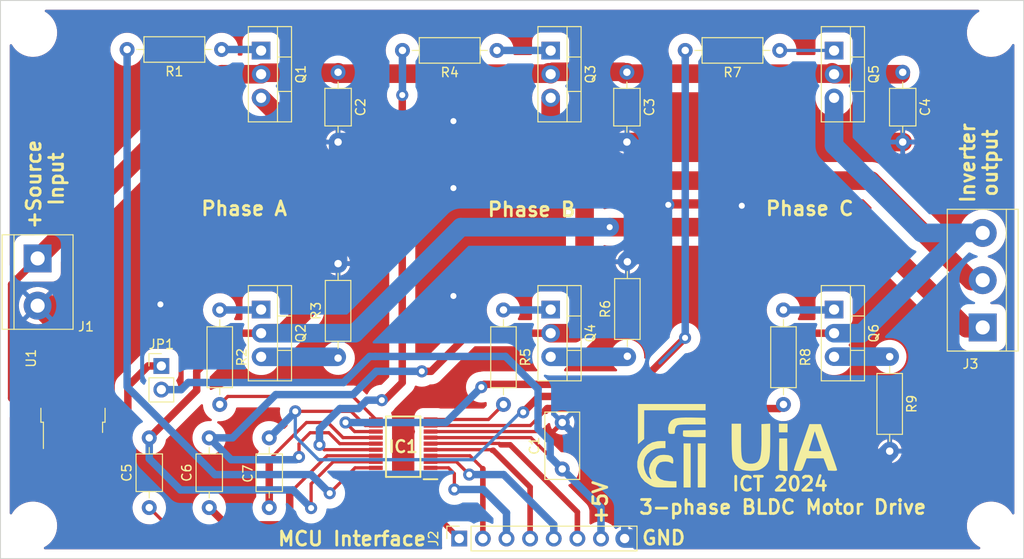
<source format=kicad_pcb>
(kicad_pcb (version 20211014) (generator pcbnew)
  (title_block (date "2024-03-18") (rev "2"))
  (layers (0 "F.Cu" signal) (31 "B.Cu" signal) (34 "B.Paste" user) (35 "F.Paste" user) (36 "B.SilkS" user "B.Silkscreen") (37 "F.SilkS" user "F.Silkscreen") (38 "B.Mask" user) (39 "F.Mask" user) (44 "Edge.Cuts" user))
  (net 0 "")
  (net 1 "Net-(IC1-Pad1)")
  (net 2 "Net-(IC1-Pad2)")
  (net 3 "Net-(IC1-Pad3)")
  (net 4 "Net-(IC1-Pad4)")
  (net 5 "Net-(IC1-Pad5)")
  (net 6 "Net-(IC1-Pad6)")
  (net 7 "Net-(IC1-Pad9)")
  (net 8 "Net-(IC1-Pad10)")
  (net 9 "Net-(IC1-Pad11)")
  (net 10 "Net-(IC1-Pad13)")
  (net 11 "Net-(IC1-Pad16)")
  (net 12 "Net-(IC1-Pad19)")
  (net 13 "Net-(Q2-Pad3)")
  (net 14 "Net-(Q3-Pad1)")
  (net 15 "Net-(Q4-Pad1)")
  (net 16 "Net-(Q4-Pad3)")
  (net 17 "Net-(Q5-Pad1)")
  (net 18 "Net-(Q6-Pad1)")
  (net 19 "Net-(Q6-Pad3)")
  (net 20 "Net-(C1-Pad1)")
  (net 21 "Net-(Q1-Pad1)")
  (net 22 "Net-(Q2-Pad1)")
  (net 23 "Net-(C5-Pad1)")
  (net 24 "GNDREF")
  (net 25 "+BATT")
  (net 26 "Net-(C5-Pad2)")
  (net 27 "Net-(C6-Pad1)")
  (net 28 "Net-(C6-Pad2)")
  (net 29 "Net-(C7-Pad1)")
  (net 30 "Net-(C7-Pad2)")
  (net 31 "Net-(JP1-Pad1)")
  (footprint "Resistor_THT:R_Axial_DIN0207_L6.3mm_D2.5mm_P10.16mm_Horizontal" (layer "F.Cu") (at 110.38 71 180)
    (fp_text reference "R1" (at 5.08 -2.37) (layer "F.SilkS"))
    (fp_text value "15")
    (pad "1" thru_hole circle (at 0 0 180) (size 1.6 1.6) (drill 0.8) (layers *.Cu *.Mask) (net 21 "Net-(Q1-Pad1)"))
    (pad "2" thru_hole oval (at 10.16 0 180) (size 1.6 1.6) (drill 0.8) (layers *.Cu *.Mask) (net 12 "Net-(IC1-Pad19)"))
  )
  (footprint "Capacitor_THT:C_Axial_L3.8mm_D2.6mm_P7.50mm_Horizontal" (layer "F.Cu") (at 115.5 120.25 90)
    (fp_text reference "C7" (at 3.65 -2.3 90) (layer "F.SilkS"))
    (fp_text value "100n")
    (pad "1" thru_hole circle (at 0 0 90) (size 1.6 1.6) (drill 0.8) (layers *.Cu *.Mask) (net 29 "Net-(C7-Pad1)"))
    (pad "2" thru_hole oval (at 7.5 0 90) (size 1.6 1.6) (drill 0.8) (layers *.Cu *.Mask) (net 30 "Net-(C7-Pad2)"))
  )
  (footprint "Resistor_THT:R_Axial_DIN0207_L6.3mm_D2.5mm_P10.16mm_Horizontal" (layer "F.Cu") (at 170.78 99 -90)
    (fp_text reference "R8" (at 5.08 -2.37 90) (layer "F.SilkS"))
    (fp_text value "15")
    (pad "1" thru_hole circle (at 0 0 270) (size 1.6 1.6) (drill 0.8) (layers *.Cu *.Mask) (net 18 "Net-(Q6-Pad1)"))
    (pad "2" thru_hole oval (at 10.16 0 270) (size 1.6 1.6) (drill 0.8) (layers *.Cu *.Mask) (net 7 "Net-(IC1-Pad9)"))
  )
  (footprint "Package_TO_SOT_SMD:TO-252-2" (layer "F.Cu") (at 94.4 108.6 90)
    (fp_text reference "U1" (at 4.4 -4.5 90) (layer "F.SilkS"))
    (fp_text value "LF50_TO252" hide)
    (pad "1" smd rect (at -4.2 -2.28 90) (size 2.2 1.2) (layers "F.Cu" "F.Paste" "F.Mask") (net 25 "+BATT"))
    (pad "2" smd rect (at 2.1 0 90) (size 6.4 5.8) (layers "F.Cu" "F.Mask") (net 24 "GNDREF"))
    (pad "3" smd rect (at -4.2 2.28 90) (size 2.2 1.2) (layers "F.Cu" "F.Paste" "F.Mask") (net 31 "Net-(JP1-Pad1)"))
  )
  (footprint "TerminalBlock:TerminalBlock_bornier-3_P5.08mm" (layer "F.Cu") (at 192.2 100.88 90)
    (fp_text reference "J3" (at -3.935 -1.31 180) (layer "F.SilkS"))
    (fp_text value "Screw_Terminal_01x03")
    (pad "1" thru_hole rect (at 0 0 90) (size 3 3) (drill 1.52) (layers *.Cu *.Mask) (net 26 "Net-(C5-Pad2)"))
    (pad "2" thru_hole circle (at 5.08 0 90) (size 3 3) (drill 1.52) (layers *.Cu *.Mask) (net 28 "Net-(C6-Pad2)"))
    (pad "3" thru_hole circle (at 10.16 0 90) (size 3 3) (drill 1.52) (layers *.Cu *.Mask) (net 30 "Net-(C7-Pad2)"))
  )
  (footprint "uiaLogo:uiaLogo" (layer "F.Cu") (at 165.8 113.6)
    (fp_text reference "G***" hide)
    (fp_text value "LOGO" hide)
  )
  (footprint "MountingHole:MountingHole_3.2mm_M3" (layer "F.Cu") (at 90.1 122.2)
    (fp_text reference "REF**" hide)
    (fp_text value "MountingHole_3.2mm_M3" hide)
    (pad "" np_thru_hole circle (at 0 0) (size 3.2 3.2) (drill 3.2) (layers *.Cu *.Mask))
  )
  (footprint "Capacitor_THT:C_Axial_L3.8mm_D2.6mm_P7.50mm_Horizontal" (layer "F.Cu") (at 153.95 73.45 -90)
    (fp_text reference "C3" (at 3.75 -2.42 90) (layer "F.SilkS"))
    (fp_text value "100n")
    (pad "1" thru_hole circle (at 0 0 270) (size 1.6 1.6) (drill 0.8) (layers *.Cu *.Mask) (net 25 "+BATT"))
    (pad "2" thru_hole oval (at 7.5 0 270) (size 1.6 1.6) (drill 0.8) (layers *.Cu *.Mask) (net 24 "GNDREF"))
  )
  (footprint "Resistor_THT:R_Axial_DIN0207_L6.3mm_D2.5mm_P10.16mm_Horizontal" (layer "F.Cu") (at 170.38 71.1 180)
    (fp_text reference "R7" (at 5.08 -2.37) (layer "F.SilkS"))
    (fp_text value "15")
    (pad "1" thru_hole circle (at 0 0 180) (size 1.6 1.6) (drill 0.8) (layers *.Cu *.Mask) (net 17 "Net-(Q5-Pad1)"))
    (pad "2" thru_hole oval (at 10.16 0 180) (size 1.6 1.6) (drill 0.8) (layers *.Cu *.Mask) (net 10 "Net-(IC1-Pad13)"))
  )
  (footprint "MountingHole:MountingHole_3.2mm_M3" (layer "F.Cu") (at 90.1 69.2)
    (fp_text reference "REF**" hide)
    (fp_text value "MountingHole_3.2mm_M3" hide)
    (pad "" np_thru_hole circle (at 0 0) (size 3.2 3.2) (drill 3.2) (layers *.Cu *.Mask))
  )
  (footprint "Resistor_THT:R_Axial_DIN0207_L6.3mm_D2.5mm_P10.16mm_Horizontal" (layer "F.Cu") (at 122.9 104.18 90)
    (fp_text reference "R3" (at 5.08 -2.37 90) (layer "F.SilkS"))
    (fp_text value "0")
    (pad "1" thru_hole circle (at 0 0 90) (size 1.6 1.6) (drill 0.8) (layers *.Cu *.Mask) (net 13 "Net-(Q2-Pad3)"))
    (pad "2" thru_hole oval (at 10.16 0 90) (size 1.6 1.6) (drill 0.8) (layers *.Cu *.Mask) (net 24 "GNDREF"))
  )
  (footprint "Capacitor_THT:C_Axial_L3.8mm_D2.6mm_P7.50mm_Horizontal" (layer "F.Cu") (at 109.05 120.25 90)
    (fp_text reference "C6" (at 3.75 -2.42 90) (layer "F.SilkS"))
    (fp_text value "100n")
    (pad "1" thru_hole circle (at 0 0 90) (size 1.6 1.6) (drill 0.8) (layers *.Cu *.Mask) (net 27 "Net-(C6-Pad1)"))
    (pad "2" thru_hole oval (at 7.5 0 90) (size 1.6 1.6) (drill 0.8) (layers *.Cu *.Mask) (net 28 "Net-(C6-Pad2)"))
  )
  (footprint "Resistor_THT:R_Axial_DIN0207_L6.3mm_D2.5mm_P10.16mm_Horizontal" (layer "F.Cu") (at 154 103.98 90)
    (fp_text reference "R6" (at 5.08 -2.37 90) (layer "F.SilkS"))
    (fp_text value "0")
    (pad "1" thru_hole circle (at 0 0 90) (size 1.6 1.6) (drill 0.8) (layers *.Cu *.Mask) (net 16 "Net-(Q4-Pad3)"))
    (pad "2" thru_hole oval (at 10.16 0 90) (size 1.6 1.6) (drill 0.8) (layers *.Cu *.Mask) (net 24 "GNDREF"))
  )
  (footprint "Resistor_THT:R_Axial_DIN0207_L6.3mm_D2.5mm_P10.16mm_Horizontal" (layer "F.Cu") (at 139.98 71.1 180)
    (fp_text reference "R4" (at 5.08 -2.37) (layer "F.SilkS"))
    (fp_text value "15")
    (pad "1" thru_hole circle (at 0 0 180) (size 1.6 1.6) (drill 0.8) (layers *.Cu *.Mask) (net 14 "Net-(Q3-Pad1)"))
    (pad "2" thru_hole oval (at 10.16 0 180) (size 1.6 1.6) (drill 0.8) (layers *.Cu *.Mask) (net 11 "Net-(IC1-Pad16)"))
  )
  (footprint "Package_TO_SOT_THT:TO-220-3_Vertical" (layer "F.Cu") (at 145.755 98.96 -90)
    (fp_text reference "Q4" (at 2.54 -4.27 90) (layer "F.SilkS"))
    (fp_text value "IRF540N")
    (pad "1" thru_hole rect (at 0 0 270) (size 1.905 2) (drill 1.1) (layers *.Cu *.Mask) (net 15 "Net-(Q4-Pad1)"))
    (pad "2" thru_hole oval (at 2.54 0 270) (size 1.905 2) (drill 1.1) (layers *.Cu *.Mask) (net 28 "Net-(C6-Pad2)"))
    (pad "3" thru_hole oval (at 5.08 0 270) (size 1.905 2) (drill 1.1) (layers *.Cu *.Mask) (net 16 "Net-(Q4-Pad3)"))
  )
  (footprint "TerminalBlock:TerminalBlock_bornier-2_P5.08mm" (layer "F.Cu") (at 90.6 93.46 -90)
    (fp_text reference "J1" (at 7.34 -5.2 180) (layer "F.SilkS"))
    (fp_text value "Screw_Terminal_01x02" hide)
    (pad "1" thru_hole rect (at 0 0 270) (size 3 3) (drill 1.52) (layers *.Cu *.Mask) (net 25 "+BATT"))
    (pad "2" thru_hole circle (at 5.08 0 270) (size 3 3) (drill 1.52) (layers *.Cu *.Mask) (net 24 "GNDREF"))
  )
  (footprint "SamacSys_Parts:SOP65P640X120-20N" (layer "F.Cu") (at 129.9 113.7 180)
    (fp_text reference "IC1" (at 0 0 180) (layer "F.SilkS") (effects (font (size 1.27 1.27) (thickness 0.254))))
    (fp_text value "DRV8300DIPWR" hide)
    (pad "1" smd rect locked (at -2.938 -2.925 270) (size 0.45 1.475) (layers "F.Cu" "F.Paste" "F.Mask") (net 1 "Net-(IC1-Pad1)"))
    (pad "2" smd rect locked (at -2.938 -2.275 270) (size 0.45 1.475) (layers "F.Cu" "F.Paste" "F.Mask") (net 2 "Net-(IC1-Pad2)"))
    (pad "3" smd rect locked (at -2.938 -1.625 270) (size 0.45 1.475) (layers "F.Cu" "F.Paste" "F.Mask") (net 3 "Net-(IC1-Pad3)"))
    (pad "4" smd rect locked (at -2.938 -0.975 270) (size 0.45 1.475) (layers "F.Cu" "F.Paste" "F.Mask") (net 4 "Net-(IC1-Pad4)"))
    (pad "5" smd rect locked (at -2.938 -0.325 270) (size 0.45 1.475) (layers "F.Cu" "F.Paste" "F.Mask") (net 5 "Net-(IC1-Pad5)"))
    (pad "6" smd rect locked (at -2.938 0.325 270) (size 0.45 1.475) (layers "F.Cu" "F.Paste" "F.Mask") (net 6 "Net-(IC1-Pad6)"))
    (pad "7" smd rect locked (at -2.938 0.975 270) (size 0.45 1.475) (layers "F.Cu" "F.Paste" "F.Mask") (net 20 "Net-(C1-Pad1)"))
    (pad "8" smd rect locked (at -2.938 1.625 270) (size 0.45 1.475) (layers "F.Cu" "F.Paste" "F.Mask") (net 24 "GNDREF"))
    (pad "9" smd rect locked (at -2.938 2.275 270) (size 0.45 1.475) (layers "F.Cu" "F.Paste" "F.Mask") (net 7 "Net-(IC1-Pad9)"))
    (pad "10" smd rect locked (at -2.938 2.925 270) (size 0.45 1.475) (layers "F.Cu" "F.Paste" "F.Mask") (net 8 "Net-(IC1-Pad10)"))
    (pad "11" smd rect locked (at 2.938 2.925 270) (size 0.45 1.475) (layers "F.Cu" "F.Paste" "F.Mask") (net 9 "Net-(IC1-Pad11)"))
    (pad "12" smd rect locked (at 2.938 2.275 270) (size 0.45 1.475) (layers "F.Cu" "F.Paste" "F.Mask") (net 30 "Net-(C7-Pad2)"))
    (pad "13" smd rect locked (at 2.938 1.625 270) (size 0.45 1.475) (layers "F.Cu" "F.Paste" "F.Mask") (net 10 "Net-(IC1-Pad13)"))
    (pad "14" smd rect locked (at 2.938 0.975 270) (size 0.45 1.475) (layers "F.Cu" "F.Paste" "F.Mask") (net 29 "Net-(C7-Pad1)"))
    (pad "15" smd rect locked (at 2.938 0.325 270) (size 0.45 1.475) (layers "F.Cu" "F.Paste" "F.Mask") (net 28 "Net-(C6-Pad2)"))
    (pad "16" smd rect locked (at 2.938 -0.325 270) (size 0.45 1.475) (layers "F.Cu" "F.Paste" "F.Mask") (net 11 "Net-(IC1-Pad16)"))
    (pad "17" smd rect locked (at 2.938 -0.975 270) (size 0.45 1.475) (layers "F.Cu" "F.Paste" "F.Mask") (net 27 "Net-(C6-Pad1)"))
    (pad "18" smd rect locked (at 2.938 -1.625 270) (size 0.45 1.475) (layers "F.Cu" "F.Paste" "F.Mask") (net 26 "Net-(C5-Pad2)"))
    (pad "19" smd rect locked (at 2.938 -2.275 270) (size 0.45 1.475) (layers "F.Cu" "F.Paste" "F.Mask") (net 12 "Net-(IC1-Pad19)"))
    (pad "20" smd rect locked (at 2.938 -2.925 270) (size 0.45 1.475) (layers "F.Cu" "F.Paste" "F.Mask") (net 23 "Net-(C5-Pad1)"))
  )
  (footprint "Package_TO_SOT_THT:TO-220-3_Vertical" (layer "F.Cu") (at 114.625 98.96 -90)
    (fp_text reference "Q2" (at 2.54 -4.27 90) (layer "F.SilkS"))
    (fp_text value "IRF540N")
    (pad "1" thru_hole rect (at 0 0 270) (size 1.905 2) (drill 1.1) (layers *.Cu *.Mask) (net 22 "Net-(Q2-Pad1)"))
    (pad "2" thru_hole oval (at 2.54 0 270) (size 1.905 2) (drill 1.1) (layers *.Cu *.Mask) (net 26 "Net-(C5-Pad2)"))
    (pad "3" thru_hole oval (at 5.08 0 270) (size 1.905 2) (drill 1.1) (layers *.Cu *.Mask) (net 13 "Net-(Q2-Pad3)"))
  )
  (footprint "Package_TO_SOT_THT:TO-220-3_Vertical" (layer "F.Cu") (at 176.22 98.96 -90)
    (fp_text reference "Q6" (at 2.54 -4.27 90) (layer "F.SilkS"))
    (fp_text value "IRF540N")
    (pad "1" thru_hole rect (at 0 0 270) (size 1.905 2) (drill 1.1) (layers *.Cu *.Mask) (net 18 "Net-(Q6-Pad1)"))
    (pad "2" thru_hole oval (at 2.54 0 270) (size 1.905 2) (drill 1.1) (layers *.Cu *.Mask) (net 30 "Net-(C7-Pad2)"))
    (pad "3" thru_hole oval (at 5.08 0 270) (size 1.905 2) (drill 1.1) (layers *.Cu *.Mask) (net 19 "Net-(Q6-Pad3)"))
  )
  (footprint "Capacitor_THT:C_Axial_L3.8mm_D2.6mm_P7.50mm_Horizontal" (layer "F.Cu") (at 122.9 73.45 -90)
    (fp_text reference "C2" (at 3.75 -2.42 90) (layer "F.SilkS"))
    (fp_text value "100n")
    (pad "1" thru_hole circle (at 0 0 270) (size 1.6 1.6) (drill 0.8) (layers *.Cu *.Mask) (net 25 "+BATT"))
    (pad "2" thru_hole oval (at 7.5 0 270) (size 1.6 1.6) (drill 0.8) (layers *.Cu *.Mask) (net 24 "GNDREF"))
  )
  (footprint "Package_TO_SOT_THT:TO-220-3_Vertical" (layer "F.Cu") (at 176.22 71.12 -90)
    (fp_text reference "Q5" (at 2.54 -4.27 90) (layer "F.SilkS"))
    (fp_text value "IRF540N")
    (pad "1" thru_hole rect (at 0 0 270) (size 1.905 2) (drill 1.1) (layers *.Cu *.Mask) (net 17 "Net-(Q5-Pad1)"))
    (pad "2" thru_hole oval (at 2.54 0 270) (size 1.905 2) (drill 1.1) (layers *.Cu *.Mask) (net 25 "+BATT"))
    (pad "3" thru_hole oval (at 5.08 0 270) (size 1.905 2) (drill 1.1) (layers *.Cu *.Mask) (net 30 "Net-(C7-Pad2)"))
  )
  (footprint "Capacitor_THT:C_Axial_L3.8mm_D2.6mm_P7.50mm_Horizontal" (layer "F.Cu") (at 183.6 73.45 -90)
    (fp_text reference "C4" (at 3.75 -2.42 90) (layer "F.SilkS"))
    (fp_text value "100n")
    (pad "1" thru_hole circle (at 0 0 270) (size 1.6 1.6) (drill 0.8) (layers *.Cu *.Mask) (net 25 "+BATT"))
    (pad "2" thru_hole oval (at 7.5 0 270) (size 1.6 1.6) (drill 0.8) (layers *.Cu *.Mask) (net 24 "GNDREF"))
  )
  (footprint "Capacitor_THT:C_Rect_L7.0mm_W3.5mm_P5.00mm" (layer "F.Cu") (at 147 116.1 90)
    (fp_text reference "C1" (at 2.5 -3 90) (layer "F.SilkS"))
    (fp_text value "1000n")
    (pad "1" thru_hole circle (at 0 0 90) (size 1.6 1.6) (drill 0.8) (layers *.Cu *.Mask) (net 20 "Net-(C1-Pad1)"))
    (pad "2" thru_hole circle (at 5 0 90) (size 1.6 1.6) (drill 0.8) (layers *.Cu *.Mask) (net 24 "GNDREF"))
  )
  (footprint "Package_TO_SOT_THT:TO-220-3_Vertical" (layer "F.Cu") (at 114.625 71.12 -90)
    (fp_text reference "Q1" (at 2.54 -4.27 90) (layer "F.SilkS"))
    (fp_text value "IRF540N")
    (pad "1" thru_hole rect (at 0 0 270) (size 1.905 2) (drill 1.1) (layers *.Cu *.Mask) (net 21 "Net-(Q1-Pad1)"))
    (pad "2" thru_hole oval (at 2.54 0 270) (size 1.905 2) (drill 1.1) (layers *.Cu *.Mask) (net 25 "+BATT"))
    (pad "3" thru_hole oval (at 5.08 0 270) (size 1.905 2) (drill 1.1) (layers *.Cu *.Mask) (net 26 "Net-(C5-Pad2)"))
  )
  (footprint "Connector_PinHeader_2.54mm:PinHeader_1x02_P2.54mm_Vertical" (layer "F.Cu") (at 103.9 105.025)
    (fp_text reference "JP1" (at 0 -2.33) (layer "F.SilkS"))
    (fp_text value "Jumper_2_Open")
    (pad "1" thru_hole rect (at 0 0) (size 1.7 1.7) (drill 1) (layers *.Cu *.Mask) (net 31 "Net-(JP1-Pad1)"))
    (pad "2" thru_hole oval (at 0 2.54) (size 1.7 1.7) (drill 1) (layers *.Cu *.Mask) (net 20 "Net-(C1-Pad1)"))
  )
  (footprint "Resistor_THT:R_Axial_DIN0207_L6.3mm_D2.5mm_P10.16mm_Horizontal" (layer "F.Cu") (at 182.2 104.02 -90)
    (fp_text reference "R9" (at 5.08 -2.37 -90) (layer "F.SilkS"))
    (fp_text value "0")
    (pad "1" thru_hole circle (at 0 0 270) (size 1.6 1.6) (drill 0.8) (layers *.Cu *.Mask) (net 19 "Net-(Q6-Pad3)"))
    (pad "2" thru_hole oval (at 10.16 0 270) (size 1.6 1.6) (drill 0.8) (layers *.Cu *.Mask) (net 24 "GNDREF"))
  )
  (footprint "Package_TO_SOT_THT:TO-220-3_Vertical" (layer "F.Cu") (at 145.755 71.12 -90)
    (fp_text reference "Q3" (at 2.54 -4.27 90) (layer "F.SilkS"))
    (fp_text value "IRF540N")
    (pad "1" thru_hole rect (at 0 0 270) (size 1.905 2) (drill 1.1) (layers *.Cu *.Mask) (net 14 "Net-(Q3-Pad1)"))
    (pad "2" thru_hole oval (at 2.54 0 270) (size 1.905 2) (drill 1.1) (layers *.Cu *.Mask) (net 25 "+BATT"))
    (pad "3" thru_hole oval (at 5.08 0 270) (size 1.905 2) (drill 1.1) (layers *.Cu *.Mask) (net 28 "Net-(C6-Pad2)"))
  )
  (footprint "Resistor_THT:R_Axial_DIN0207_L6.3mm_D2.5mm_P10.16mm_Horizontal" (layer "F.Cu") (at 110.18 99 -90)
    (fp_text reference "R2" (at 5.08 -2.37 90) (layer "F.SilkS"))
    (fp_text value "15")
    (pad "1" thru_hole circle (at 0 0 270) (size 1.6 1.6) (drill 0.8) (layers *.Cu *.Mask) (net 22 "Net-(Q2-Pad1)"))
    (pad "2" thru_hole oval (at 10.16 0 270) (size 1.6 1.6) (drill 0.8) (layers *.Cu *.Mask) (net 9 "Net-(IC1-Pad11)"))
  )
  (footprint "Resistor_THT:R_Axial_DIN0207_L6.3mm_D2.5mm_P10.16mm_Horizontal" (layer "F.Cu") (at 140.68 99 -90)
    (fp_text reference "R5" (at 5.08 -2.37 90) (layer "F.SilkS"))
    (fp_text value "15")
    (pad "1" thru_hole circle (at 0 0 270) (size 1.6 1.6) (drill 0.8) (layers *.Cu *.Mask) (net 15 "Net-(Q4-Pad1)"))
    (pad "2" thru_hole oval (at 10.16 0 270) (size 1.6 1.6) (drill 0.8) (layers *.Cu *.Mask) (net 8 "Net-(IC1-Pad10)"))
  )
  (footprint "Capacitor_THT:C_Axial_L3.8mm_D2.6mm_P7.50mm_Horizontal" (layer "F.Cu") (at 102.6 120.25 90)
    (fp_text reference "C5" (at 3.75 -2.42 90) (layer "F.SilkS"))
    (fp_text value "100n")
    (pad "1" thru_hole circle (at 0 0 90) (size 1.6 1.6) (drill 0.8) (layers *.Cu *.Mask) (net 23 "Net-(C5-Pad1)"))
    (pad "2" thru_hole oval (at 7.5 0 90) (size 1.6 1.6) (drill 0.8) (layers *.Cu *.Mask) (net 26 "Net-(C5-Pad2)"))
  )
  (footprint "MountingHole:MountingHole_3.2mm_M3" (layer "F.Cu") (at 193.1 122.2)
    (fp_text reference "REF**" hide)
    (fp_text value "MountingHole_3.2mm_M3" hide)
    (pad "" np_thru_hole circle (at 0 0) (size 3.2 3.2) (drill 3.2) (layers *.Cu *.Mask))
  )
  (footprint "Connector_PinSocket_2.54mm:PinSocket_1x08_P2.54mm_Vertical" (layer "F.Cu") (at 135.925 123.575 90)
    (fp_text reference "J2" (at 0 -2.77 90) (layer "F.SilkS"))
    (fp_text value "Conn_01x08_Male" hide)
    (pad "1" thru_hole rect (at 0 0 90) (size 1.7 1.7) (drill 1) (layers *.Cu *.Mask) (net 1 "Net-(IC1-Pad1)"))
    (pad "2" thru_hole oval (at 0 2.54 90) (size 1.7 1.7) (drill 1) (layers *.Cu *.Mask) (net 4 "Net-(IC1-Pad4)"))
    (pad "3" thru_hole oval (at 0 5.08 90) (size 1.7 1.7) (drill 1) (layers *.Cu *.Mask) (net 2 "Net-(IC1-Pad2)"))
    (pad "4" thru_hole oval (at 0 7.62 90) (size 1.7 1.7) (drill 1) (layers *.Cu *.Mask) (net 5 "Net-(IC1-Pad5)"))
    (pad "5" thru_hole oval (at 0 10.16 90) (size 1.7 1.7) (drill 1) (layers *.Cu *.Mask) (net 3 "Net-(IC1-Pad3)"))
    (pad "6" thru_hole oval (at 0 12.7 90) (size 1.7 1.7) (drill 1) (layers *.Cu *.Mask) (net 6 "Net-(IC1-Pad6)"))
    (pad "7" thru_hole oval (at 0 15.24 90) (size 1.7 1.7) (drill 1) (layers *.Cu *.Mask) (net 20 "Net-(C1-Pad1)"))
    (pad "8" thru_hole oval (at 0 17.78 90) (size 1.7 1.7) (drill 1) (layers *.Cu *.Mask) (net 24 "GNDREF"))
  )
  (footprint "MountingHole:MountingHole_3.2mm_M3" (layer "F.Cu") (at 193.1 69.2)
    (fp_text reference "REF**" hide)
    (fp_text value "MountingHole_3.2mm_M3" hide)
    (pad "" np_thru_hole circle (at 0 0) (size 3.2 3.2) (drill 3.2) (layers *.Cu *.Mask))
  )
  (gr_rect (start 86.605 65.73) (end 196.605 125.73) (layer "Edge.Cuts") (width 0.1) (fill none))
  (gr_text "Phase C" (at 173.6 88.1) (layer "F.SilkS") (effects (font (size 1.5 1.5) (thickness 0.3))))
  (gr_text "+Source\n Input" (at 91.4 85.5 90) (layer "F.SilkS") (effects (font (size 1.5 1.5) (thickness 0.3))))
  (gr_text "3-phase BLDC Motor Drive" (at 170.7 120.2) (layer "F.SilkS") (effects (font (size 1.5 1.5) (thickness 0.3))))
  (gr_text "Phase B" (at 143.7 88.2) (layer "F.SilkS") (effects (font (size 1.5 1.5) (thickness 0.3))))
  (gr_text "ICT 2024" (at 170.4 117.7) (layer "F.SilkS") (effects (font (size 1.5 1.5) (thickness 0.3))))
  (gr_text "MCU Interface" (at 124.4 123.6) (layer "F.SilkS") (effects (font (size 1.5 1.5) (thickness 0.3))))
  (gr_text "+5V" (at 151.1 119.7 90) (layer "F.SilkS") (effects (font (size 1.5 1.5) (thickness 0.3))))
  (gr_text "Phase A" (at 112.8 88.1) (layer "F.SilkS") (effects (font (size 1.5 1.5) (thickness 0.3))))
  (gr_text "Inverter\noutput" (at 191.8 83.2 90) (layer "F.SilkS") (effects (font (size 1.5 1.5) (thickness 0.3))))
  (gr_text "GND" (at 157.9 123.5) (layer "F.SilkS") (effects (font (size 1.5 1.5) (thickness 0.3))))
  (segment (start 132.838 120.488) (end 135.925 123.575) (width 0.6) (layer "F.Cu") (net 1))
  (segment (start 132.838 116.625) (end 132.838 120.488) (width 0.4) (layer "F.Cu") (net 1))
  (segment (start 135.4 118.3) (end 135.4 116.6) (width 0.35) (layer "F.Cu") (net 2))
  (segment (start 135.4 116.6) (end 134.775 115.975) (width 0.35) (layer "F.Cu") (net 2))
  (segment (start 134.775 115.975) (end 132.838 115.975) (width 0.35) (layer "F.Cu") (net 2))
  (via (at 135.4 118.3) (size 1.3) (drill 0.65) (layers "F.Cu" "B.Cu") (net 2))
  (segment (start 135.4 118.3) (end 138.5 118.3) (width 0.8) (layer "B.Cu") (net 2))
  (segment (start 138.5 118.3) (end 141.005 120.805) (width 0.8) (layer "B.Cu") (net 2))
  (segment (start 141.005 120.805) (end 141.005 123.575) (width 0.8) (layer "B.Cu") (net 2))
  (segment (start 135.625 115.325) (end 132.838 115.325) (width 0.35) (layer "F.Cu") (net 3))
  (segment (start 137 116.7) (end 135.625 115.325) (width 0.35) (layer "F.Cu") (net 3))
  (via (at 137 116.7) (size 1.3) (drill 0.65) (layers "F.Cu" "B.Cu") (net 3))
  (segment (start 140.7 116.7) (end 137 116.7) (width 0.8) (layer "B.Cu") (net 3))
  (segment (start 146.085 123.575) (end 146.085 122.085) (width 0.8) (layer "B.Cu") (net 3))
  (segment (start 146.085 122.085) (end 140.7 116.7) (width 0.8) (layer "B.Cu") (net 3))
  (segment (start 138.465 116.065) (end 138.465 123.575) (width 0.6) (layer "F.Cu") (net 4))
  (segment (start 132.838 114.675) (end 137.075 114.675) (width 0.35) (layer "F.Cu") (net 4))
  (segment (start 137.075 114.675) (end 138.465 116.065) (width 0.35) (layer "F.Cu") (net 4))
  (segment (start 132.838 114.025) (end 139.425 114.025) (width 0.35) (layer "F.Cu") (net 5))
  (segment (start 143.545 118.045) (end 143.545 123.575) (width 0.6) (layer "F.Cu") (net 5))
  (segment (start 139.5 114.1) (end 139.6 114.1) (width 0.6) (layer "F.Cu") (net 5))
  (segment (start 139.6 114.1) (end 143.545 118.045) (width 0.6) (layer "F.Cu") (net 5))
  (segment (start 140.4 113.5) (end 140.25048 113.35048) (width 0.35) (layer "F.Cu") (net 6))
  (segment (start 140.25048 113.35048) (end 132.86252 113.35048) (width 0.35) (layer "F.Cu") (net 6))
  (segment (start 132.86252 113.35048) (end 132.838 113.375) (width 0.35) (layer "F.Cu") (net 6))
  (segment (start 140.4 113.5) (end 141.4 113.5) (width 0.6) (layer "F.Cu") (net 6))
  (segment (start 148.625 120.725) (end 148.625 123.575) (width 0.6) (layer "F.Cu") (net 6))
  (segment (start 141.4 113.5) (end 148.625 120.725) (width 0.6) (layer "F.Cu") (net 6))
  (segment (start 170.78 109.16) (end 170.34 109.6) (width 0.8) (layer "F.Cu") (net 7))
  (segment (start 143.575 111.425) (end 132.838 111.425) (width 0.35) (layer "F.Cu") (net 7))
  (segment (start 170.34 109.6) (end 145.4 109.6) (width 0.8) (layer "F.Cu") (net 7))
  (segment (start 145.2 109.8) (end 143.575 111.425) (width 0.35) (layer "F.Cu") (net 7))
  (segment (start 145.4 109.6) (end 145.2 109.8) (width 0.8) (layer "F.Cu") (net 7))
  (segment (start 132.838 110.775) (end 139.065 110.775) (width 0.35) (layer "F.Cu") (net 8))
  (segment (start 139.065 110.775) (end 140.68 109.16) (width 0.35) (layer "F.Cu") (net 8))
  (segment (start 110.18 109.16) (end 111.04 108.3) (width 0.35) (layer "F.Cu") (net 9))
  (segment (start 124.487 108.3) (end 126.962 110.775) (width 0.35) (layer "F.Cu") (net 9))
  (segment (start 111.04 108.3) (end 124.487 108.3) (width 0.35) (layer "F.Cu") (net 9))
  (segment (start 126.962 112.075) (end 124.675 112.075) (width 0.35) (layer "F.Cu") (net 10))
  (segment (start 160.2 102) (end 155.2 107) (width 0.8) (layer "F.Cu") (net 10))
  (segment (start 124.675 112.075) (end 123.7 111.1) (width 0.35) (layer "F.Cu") (net 10))
  (segment (start 138.6 107) (end 138.3 107.3) (width 0.8) (layer "F.Cu") (net 10))
  (segment (start 155.2 107) (end 138.6 107) (width 0.8) (layer "F.Cu") (net 10))
  (via (at 138.3 107.3) (size 1.3) (drill 0.65) (layers "F.Cu" "B.Cu") (net 10))
  (via (at 123.7 111.1) (size 1.3) (drill 0.65) (layers "F.Cu" "B.Cu") (net 10))
  (via (at 160.2 102) (size 1.3) (drill 0.65) (layers "F.Cu" "B.Cu") (net 10))
  (segment (start 160.2 102) (end 160.22 101.98) (width 0.8) (layer "B.Cu") (net 10))
  (segment (start 160.22 101.98) (end 160.22 71.1) (width 0.8) (layer "B.Cu") (net 10))
  (segment (start 123.7 111.1) (end 134.5 111.1) (width 0.8) (layer "B.Cu") (net 10))
  (segment (start 134.5 111.1) (end 138.3 107.3) (width 0.8) (layer "B.Cu") (net 10))
  (segment (start 157.5 104.7) (end 160.2 102) (width 0.35) (layer "B.Cu") (net 10))
  (segment (start 127.9 108.7) (end 129.8 106.8) (width 0.8) (layer "F.Cu") (net 11))
  (segment (start 120.9 113.5) (end 121.425 114.025) (width 0.35) (layer "F.Cu") (net 11))
  (segment (start 129.8 106.8) (end 129.8 75.9) (width 0.8) (layer "F.Cu") (net 11))
  (segment (start 127.6 108.7) (end 127.9 108.7) (width 0.8) (layer "F.Cu") (net 11))
  (segment (start 121.425 114.025) (end 126.962 114.025) (width 0.35) (layer "F.Cu") (net 11))
  (via (at 129.8 75.9) (size 1.3) (drill 0.65) (layers "F.Cu" "B.Cu") (net 11))
  (via (at 120.9 113.5) (size 1.3) (drill 0.65) (layers "F.Cu" "B.Cu") (net 11))
  (via (at 127.6 108.7) (size 1.3) (drill 0.65) (layers "F.Cu" "B.Cu") (net 11))
  (segment (start 129.82 71.1) (end 129.82 75.88) (width 0.8) (layer "B.Cu") (net 11))
  (segment (start 123.1 109.6) (end 120.9 111.8) (width 0.8) (layer "B.Cu") (net 11))
  (segment (start 127.6 108.7) (end 126 108.7) (width 0.8) (layer "B.Cu") (net 11))
  (segment (start 120.9 111.8) (end 120.9 113.5) (width 0.8) (layer "B.Cu") (net 11))
  (segment (start 126 108.7) (end 125.1 109.6) (width 0.8) (layer "B.Cu") (net 11))
  (segment (start 129.82 75.88) (end 129.8 75.9) (width 0.35) (layer "B.Cu") (net 11))
  (segment (start 125.1 109.6) (end 123.1 109.6) (width 0.8) (layer "B.Cu") (net 11))
  (segment (start 122 118.7) (end 124.725 115.975) (width 0.35) (layer "F.Cu") (net 12))
  (segment (start 124.725 115.975) (end 126.962 115.975) (width 0.35) (layer "F.Cu") (net 12))
  (via (at 122 118.7) (size 1.3) (drill 0.65) (layers "F.Cu" "B.Cu") (net 12))
  (segment (start 100.22 105.616721) (end 100.22 71) (width 0.8) (layer "B.Cu") (net 12))
  (segment (start 100.22 107.27) (end 100.22 107.12) (width 0.35) (layer "B.Cu") (net 12))
  (segment (start 122 118.7) (end 120 116.7) (width 0.8) (layer "B.Cu") (net 12))
  (segment (start 120 116.7) (end 109.65 116.7) (width 0.8) (layer "B.Cu") (net 12))
  (segment (start 100.22 107.12) (end 100.22 105.616721) (width 0.8) (layer "B.Cu") (net 12))
  (segment (start 109.65 116.7) (end 100.22 107.27) (width 0.8) (layer "B.Cu") (net 12))
  (segment (start 122.76 104.04) (end 122.9 104.18) (width 0.35) (layer "B.Cu") (net 13))
  (segment (start 114.625 104.04) (end 122.76 104.04) (width 2) (layer "B.Cu") (net 13))
  (segment (start 145.735 71.1) (end 145.755 71.12) (width 0.35) (layer "B.Cu") (net 14))
  (segment (start 139.98 71.1) (end 145.735 71.1) (width 0.8) (layer "B.Cu") (net 14))
  (segment (start 140.68 99) (end 145.715 99) (width 0.8) (layer "B.Cu") (net 15))
  (segment (start 145.715 99) (end 145.755 98.96) (width 0.35) (layer "B.Cu") (net 15))
  (segment (start 153.94 104.04) (end 154 103.98) (width 0.35) (layer "B.Cu") (net 16))
  (segment (start 145.755 104.04) (end 153.94 104.04) (width 2) (layer "B.Cu") (net 16))
  (segment (start 170.38 71.1) (end 176.2 71.1) (width 0.35) (layer "B.Cu") (net 17))
  (segment (start 176.2 71.1) (end 176.22 71.12) (width 0.35) (layer "B.Cu") (net 17))
  (segment (start 170.78 99) (end 176.18 99) (width 0.8) (layer "B.Cu") (net 18))
  (segment (start 176.18 99) (end 176.22 98.96) (width 0.35) (layer "B.Cu") (net 18))
  (segment (start 182.2 104.02) (end 176.24 104.02) (width 2) (layer "B.Cu") (net 19))
  (segment (start 176.24 104.02) (end 176.22 104.04) (width 0.35) (layer "B.Cu") (net 19))
  (segment (start 143.625 112.725) (end 132.838 112.725) (width 0.35) (layer "F.Cu") (net 20))
  (segment (start 147 116.1) (end 143.625 112.725) (width 0.35) (layer "F.Cu") (net 20))
  (segment (start 144.4 111.788012) (end 144.4 107.5) (width 0.8) (layer "B.Cu") (net 20))
  (segment (start 123.9 106.4) (end 123.5 106.8) (width 0.8) (layer "B.Cu") (net 20))
  (segment (start 106.8 106.8) (end 106.035 107.565) (width 0.8) (layer "B.Cu") (net 20))
  (segment (start 126.9 104) (end 126.3 104) (width 0.8) (layer "B.Cu") (net 20))
  (segment (start 144.4 107.5) (end 140.9 104) (width 0.8) (layer "B.Cu") (net 20))
  (segment (start 140.9 104) (end 126.9 104) (width 0.8) (layer "B.Cu") (net 20))
  (segment (start 126.3 104) (end 123.9 106.4) (width 0.8) (layer "B.Cu") (net 20))
  (segment (start 147 116.1) (end 151.165 120.265) (width 0.8) (layer "B.Cu") (net 20))
  (segment (start 106.035 107.565) (end 103.9 107.565) (width 0.8) (layer "B.Cu") (net 20))
  (segment (start 123.5 106.8) (end 106.8 106.8) (width 0.8) (layer "B.Cu") (net 20))
  (segment (start 151.165 120.265) (end 151.165 123.575) (width 0.8) (layer "B.Cu") (net 20))
  (segment (start 147 116.1) (end 145.7 114.8) (width 0.8) (layer "B.Cu") (net 20))
  (segment (start 145.7 113.088012) (end 144.4 111.788012) (width 0.8) (layer "B.Cu") (net 20))
  (segment (start 145.7 114.8) (end 145.7 113.088012) (width 0.8) (layer "B.Cu") (net 20))
  (segment (start 110.38 71) (end 114.505 71) (width 0.8) (layer "B.Cu") (net 21))
  (segment (start 114.505 71) (end 114.625 71.12) (width 0.35) (layer "B.Cu") (net 21))
  (segment (start 110.18 99) (end 114.585 99) (width 0.8) (layer "B.Cu") (net 22))
  (segment (start 114.585 99) (end 114.625 98.96) (width 0.35) (layer "B.Cu") (net 22))
  (segment (start 126.962 116.625) (end 120.487 123.1) (width 0.35) (layer "F.Cu") (net 23))
  (segment (start 120.487 123.1) (end 105.45 123.1) (width 0.35) (layer "F.Cu") (net 23))
  (segment (start 105.45 123.1) (end 102.6 120.25) (width 0.35) (layer "F.Cu") (net 23))
  (segment (start 97.705 105.025) (end 97.3 104.62) (width 0.35) (layer "F.Cu") (net 24))
  (segment (start 153.95 80.95) (end 183.6 80.95) (width 2) (layer "F.Cu") (net 24))
  (segment (start 103.8 98.4) (end 103.775 98.425) (width 0.35) (layer "F.Cu") (net 24))
  (segment (start 90.715 98.425) (end 90.6 98.54) (width 2) (layer "F.Cu") (net 24))
  (segment (start 90.6 98.54) (end 94.4 102.34) (width 2) (layer "F.Cu") (net 24))
  (segment (start 147 111.1) (end 146.025 112.075) (width 0.35) (layer "F.Cu") (net 24))
  (segment (start 103.775 98.425) (end 90.715 98.425) (width 2) (layer "F.Cu") (net 24))
  (segment (start 94.4 102.34) (end 94.4 106.5) (width 2) (layer "F.Cu") (net 24))
  (segment (start 146.025 112.075) (end 132.838 112.075) (width 0.35) (layer "F.Cu") (net 24))
  (via (at 158.4 87.7) (size 1.3) (drill 0.65) (layers "F.Cu" "B.Cu") (net 24))
  (via (at 135.3 78.7) (size 1.3) (drill 0.65) (layers "F.Cu" "B.Cu") (net 24))
  (via (at 103.8 98.4) (size 1.3) (drill 0.65) (layers "F.Cu" "B.Cu") (net 24))
  (via (at 135.3 85.9) (size 1.3) (drill 0.65) (layers "F.Cu" "B.Cu") (net 24))
  (via (at 166.3 87.8) (size 1.3) (drill 0.65) (layers "F.Cu" "B.Cu") (net 24))
  (via (at 135.3 97.5) (size 1.3) (drill 0.65) (layers "F.Cu" "B.Cu") (net 24))
  (segment (start 172.805 123.575) (end 153.705 123.575) (width 2) (layer "B.Cu") (net 24))
  (segment (start 153.705 123.575) (end 153.705 117.805) (width 0.8) (layer "B.Cu") (net 24))
  (segment (start 122.9 94.02) (end 108.18 94.02) (width 2) (layer "B.Cu") (net 24))
  (segment (start 122.9 80.95) (end 153.95 80.95) (width 2) (layer "B.Cu") (net 24))
  (segment (start 108.18 94.02) (end 103.8 98.4) (width 2) (layer "B.Cu") (net 24))
  (segment (start 122.9 80.95) (end 122.9 94.02) (width 2) (layer "B.Cu") (net 24))
  (segment (start 153.705 117.805) (end 147 111.1) (width 0.8) (layer "B.Cu") (net 24))
  (segment (start 154.6 93.12) (end 153.95 93.77) (width 2) (layer "B.Cu") (net 24))
  (segment (start 182.2 114.18) (end 172.805 123.575) (width 2) (layer "B.Cu") (net 24))
  (segment (start 153.95 80.95) (end 154.6 81.6) (width 2) (layer "B.Cu") (net 24))
  (segment (start 154.6 81.6) (end 154.6 93.12) (width 2) (layer "B.Cu") (net 24))
  (segment (start 153.95 93.77) (end 154 93.82) (width 0.8) (layer "B.Cu") (net 24))
  (segment (start 145.755 73.66) (end 146.015 73.4) (width 2) (layer "F.Cu") (net 25))
  (segment (start 110.4 73.66) (end 90.715 93.345) (width 2) (layer "F.Cu") (net 25))
  (segment (start 87.8 108.48) (end 92.12 112.8) (width 0.8) (layer "F.Cu") (net 25))
  (segment (start 114.785 73.5) (end 122.53 73.5) (width 2) (layer "F.Cu") (net 25))
  (segment (start 153.95 73.45) (end 154.1 73.6) (width 2) (layer "F.Cu") (net 25))
  (segment (start 175.86 73.6) (end 176.01 73.45) (width 2) (layer "F.Cu") (net 25))
  (segment (start 176.01 73.45) (end 176.22 73.66) (width 0.35) (layer "F.Cu") (net 25))
  (segment (start 122.9 73.45) (end 123.05 73.6) (width 2) (layer "F.Cu") (net 25))
  (segment (start 87.8 96.26) (end 87.8 108.48) (width 0.8) (layer "F.Cu") (net 25))
  (segment (start 154.1 73.6) (end 175.86 73.6) (width 2) (layer "F.Cu") (net 25))
  (segment (start 153.74 73.66) (end 153.95 73.45) (width 0.35) (layer "F.Cu") (net 25))
  (segment (start 146.015 73.4) (end 153.48 73.4) (width 2) (layer "F.Cu") (net 25))
  (segment (start 153.48 73.4) (end 153.74 73.66) (width 2) (layer "F.Cu") (net 25))
  (segment (start 90.715 93.345) (end 89.535 93.345) (width 0.35) (layer "F.Cu") (net 25))
  (segment (start 145.395 73.6) (end 145.545 73.45) (width 2) (layer "F.Cu") (net 25))
  (segment (start 123.05 73.6) (end 145.395 73.6) (width 2) (layer "F.Cu") (net 25))
  (segment (start 114.625 73.66) (end 110.4 73.66) (width 2) (layer "F.Cu") (net 25))
  (segment (start 176.22 73.66) (end 183.39 73.66) (width 2) (layer "F.Cu") (net 25))
  (segment (start 145.545 73.45) (end 145.755 73.66) (width 0.35) (layer "F.Cu") (net 25))
  (segment (start 183.39 73.66) (end 183.6 73.45) (width 0.35) (layer "F.Cu") (net 25))
  (segment (start 90.715 93.345) (end 87.8 96.26) (width 0.8) (layer "F.Cu") (net 25))
  (segment (start 114.625 73.66) (end 114.785 73.5) (width 2) (layer "F.Cu") (net 25))
  (segment (start 122.69 73.66) (end 122.9 73.45) (width 0.35) (layer "F.Cu") (net 25))
  (segment (start 122.53 73.5) (end 122.69 73.66) (width 2) (layer "F.Cu") (net 25))
  (segment (start 120 117.7) (end 122.375 115.325) (width 0.35) (layer "F.Cu") (net 26))
  (segment (start 107.7 105.6) (end 111.8 101.5) (width 0.8) (layer "F.Cu") (net 26))
  (segment (start 120 120.3) (end 120 117.7) (width 0.35) (layer "F.Cu") (net 26))
  (segment (start 122.375 115.325) (end 126.962 115.325) (width 0.35) (layer "F.Cu") (net 26))
  (segment (start 114.625 76.2) (end 119.4 80.975) (width 2) (layer "F.Cu") (net 26))
  (segment (start 107.7 107.65) (end 107.7 105.6) (width 0.8) (layer "F.Cu") (net 26))
  (segment (start 119.4 80.975) (end 119.4 99.1) (width 2) (layer "F.Cu") (net 26))
  (segment (start 111.8 101.5) (end 114.625 101.5) (width 0.8) (layer "F.Cu") (net 26))
  (segment (start 102.6 112.75) (end 107.7 107.65) (width 0.8) (layer "F.Cu") (net 26))
  (segment (start 152.1 90.1) (end 179.6 90.1) (width 2) (layer "F.Cu") (net 26))
  (segment (start 119.4 99.1) (end 117 101.5) (width 2) (layer "F.Cu") (net 26))
  (segment (start 117 101.5) (end 114.625 101.5) (width 2) (layer "F.Cu") (net 26))
  (segment (start 190.465 100.965) (end 192.115 100.965) (width 2) (layer "F.Cu") (net 26))
  (segment (start 179.6 90.1) (end 190.465 100.965) (width 2) (layer "F.Cu") (net 26))
  (via (at 152.1 90.1) (size 1.3) (drill 0.65) (layers "F.Cu" "B.Cu") (net 26))
  (via (at 120 120.3) (size 1.3) (drill 0.65) (layers "F.Cu" "B.Cu") (net 26))
  (segment (start 120 120.3) (end 118.04952 118.34952) (width 0.8) (layer "B.Cu") (net 26))
  (segment (start 152.1 90.1) (end 136.1 90.1) (width 2) (layer "B.Cu") (net 26))
  (segment (start 102.6 115) (end 102.6 112.75) (width 0.8) (layer "B.Cu") (net 26))
  (segment (start 105.94952 118.34952) (end 102.6 115) (width 0.8) (layer "B.Cu") (net 26))
  (segment (start 124.7 101.5) (end 114.625 101.5) (width 2) (layer "B.Cu") (net 26))
  (segment (start 118.04952 118.34952) (end 105.94952 118.34952) (width 0.8) (layer "B.Cu") (net 26))
  (segment (start 136.1 90.1) (end 124.7 101.5) (width 2) (layer "B.Cu") (net 26))
  (segment (start 117.7 118.7) (end 117.7 121.2) (width 0.8) (layer "F.Cu") (net 27))
  (segment (start 116.8 122.1) (end 116.4 122.1) (width 0.8) (layer "F.Cu") (net 27))
  (segment (start 126.962 114.675) (end 121.725 114.675) (width 0.35) (layer "F.Cu") (net 27))
  (segment (start 117.7 121.2) (end 116.8 122.1) (width 0.8) (layer "F.Cu") (net 27))
  (segment (start 121.725 114.675) (end 117.7 118.7) (width 0.35) (layer "F.Cu") (net 27))
  (segment (start 110.9 122.1) (end 109.05 120.25) (width 0.8) (layer "F.Cu") (net 27))
  (segment (start 116.4 122.1) (end 110.9 122.1) (width 0.8) (layer "F.Cu") (net 27))
  (segment (start 190.985 95.885) (end 180.2 85.1) (width 2) (layer "F.Cu") (net 28))
  (segment (start 192.115 95.885) (end 190.985 95.885) (width 2) (layer "F.Cu") (net 28))
  (segment (start 132.9 105.6) (end 137 101.5) (width 0.8) (layer "F.Cu") (net 28))
  (segment (start 152 85.1) (end 154.4 85.1) (width 2) (layer "F.Cu") (net 28))
  (segment (start 149.4 86.7) (end 151 85.1) (width 2) (layer "F.Cu") (net 28))
  (segment (start 145.755 101.5) (end 148.3 101.5) (width 2) (layer "F.Cu") (net 28))
  (segment (start 152 85.1) (end 145.755 78.855) (width 2) (layer "F.Cu") (net 28))
  (segment (start 123.075 113.375) (end 126.962 113.375) (width 0.35) (layer "F.Cu") (net 28))
  (segment (start 145.755 78.855) (end 145.755 76.2) (width 2) (layer "F.Cu") (net 28))
  (segment (start 151 85.1) (end 152 85.1) (width 2) (layer "F.Cu") (net 28))
  (segment (start 149.4 100.4) (end 149.4 86.7) (width 2) (layer "F.Cu") (net 28))
  (segment (start 121.9 112.2) (end 123.075 113.375) (width 0.35) (layer "F.Cu") (net 28))
  (segment (start 137 101.5) (end 145.755 101.5) (width 0.8) (layer "F.Cu") (net 28))
  (segment (start 118.7 114.8) (end 118.7 113.4) (width 0.35) (layer "F.Cu") (net 28))
  (segment (start 180.2 85.1) (end 154.4 85.1) (width 2) (layer "F.Cu") (net 28))
  (segment (start 118.7 113.4) (end 119.9 112.2) (width 0.35) (layer "F.Cu") (net 28))
  (segment (start 119.9 112.2) (end 121.9 112.2) (width 0.35) (layer "F.Cu") (net 28))
  (segment (start 131.9 105.6) (end 132.9 105.6) (width 0.8) (layer "F.Cu") (net 28))
  (segment (start 148.3 101.5) (end 149.4 100.4) (width 2) (layer "F.Cu") (net 28))
  (via (at 131.9 105.6) (size 1.3) (drill 0.65) (layers "F.Cu" "B.Cu") (net 28))
  (via (at 118.7 114.8) (size 1.3) (drill 0.65) (layers "F.Cu" "B.Cu") (net 28))
  (segment (start 111.55 112.75) (end 109.05 112.75) (width 0.8) (layer "B.Cu") (net 28))
  (segment (start 111.4 115.1) (end 109.05 112.75) (width 0.8) (layer "B.Cu") (net 28))
  (segment (start 118.4 115.1) (end 111.4 115.1) (width 0.8) (layer "B.Cu") (net 28))
  (segment (start 131.9 105.6) (end 127 105.6) (width 0.8) (layer "B.Cu") (net 28))
  (segment (start 118.7 114.8) (end 118.4 115.1) (width 0.35) (layer "B.Cu") (net 28))
  (segment (start 127 105.6) (end 124.5 108.1) (width 0.8) (layer "B.Cu") (net 28))
  (segment (start 116.2 108.1) (end 111.55 112.75) (width 0.8) (layer "B.Cu") (net 28))
  (segment (start 124.5 108.1) (end 116.2 108.1) (width 0.8) (layer "B.Cu") (net 28))
  (segment (start 126.962 112.725) (end 123.425 112.725) (width 0.35) (layer "F.Cu") (net 29))
  (segment (start 123.425 112.725) (end 121.8 111.1) (width 0.35) (layer "F.Cu") (net 29))
  (segment (start 121.8 111.1) (end 119.5 111.1) (width 0.35) (layer "F.Cu") (net 29))
  (segment (start 115.5 115.1) (end 115.5 120.25) (width 0.8) (layer "F.Cu") (net 29))
  (segment (start 119.5 111.1) (end 115.5 115.1) (width 0.35) (layer "F.Cu") (net 29))
  (segment (start 125.825 111.425) (end 126.962 111.425) (width 0.35) (layer "F.Cu") (net 30))
  (segment (start 144.5 108.3) (end 159.5 108.3) (width 0.8) (layer "F.Cu") (net 30))
  (segment (start 159.5 108.3) (end 166.3 101.5) (width 0.8) (layer "F.Cu") (net 30))
  (segment (start 166.3 101.5) (end 176.22 101.5) (width 0.8) (layer "F.Cu") (net 30))
  (segment (start 124.3 109.9) (end 125.825 111.425) (width 0.35) (layer "F.Cu") (net 30))
  (segment (start 142.8 110) (end 144.5 108.3) (width 0.8) (layer "F.Cu") (net 30))
  (segment (start 118.3 109.9) (end 124.3 109.9) (width 0.35) (layer "F.Cu") (net 30))
  (via (at 142.8 110) (size 1.3) (drill 0.65) (layers "F.Cu" "B.Cu") (net 30))
  (via (at 118.3 109.9) (size 1.3) (drill 0.65) (layers "F.Cu" "B.Cu") (net 30))
  (segment (start 142.8 110) (end 142.5 110) (width 0.35) (layer "B.Cu") (net 30))
  (segment (start 118.3 112.6) (end 118.3 109.9) (width 0.35) (layer "B.Cu") (net 30))
  (segment (start 189.98 90.72) (end 192.2 90.72) (width 0.35) (layer "B.Cu") (net 30))
  (segment (start 137.4 115.1) (end 120.8 115.1) (width 0.35) (layer "B.Cu") (net 30))
  (segment (start 118.3 109.9) (end 118.0655 110.1345) (width 0.35) (layer "B.Cu") (net 30))
  (segment (start 118.0655 110.1845) (end 115.5 112.75) (width 0.8) (layer "B.Cu") (net 30))
  (segment (start 142.5 110) (end 137.4 115.1) (width 0.35) (layer "B.Cu") (net 30))
  (segment (start 176.22 81.32) (end 176.22 76.2) (width 2) (layer "B.Cu") (net 30))
  (segment (start 192.2 90.72) (end 185.62 90.72) (width 2) (layer "B.Cu") (net 30))
  (segment (start 176.22 101.5) (end 179.2 101.5) (width 2) (layer "B.Cu") (net 30))
  (segment (start 189.78 90.72) (end 192.2 90.72) (width 0.35) (layer "B.Cu") (net 30))
  (segment (start 179.2 101.5) (end 189.98 90.72) (width 2) (layer "B.Cu") (net 30))
  (segment (start 118.0655 110.1345) (end 118.0655 110.1845) (width 0.35) (layer "B.Cu") (net 30))
  (segment (start 185.62 90.72) (end 176.22 81.32) (width 2) (layer "B.Cu") (net 30))
  (segment (start 120.8 115.1) (end 118.3 112.6) (width 0.35) (layer "B.Cu") (net 30))
  (segment (start 102.475 105.025) (end 103.9 105.025) (width 0.8) (layer "F.Cu") (net 31))
  (segment (start 96.68 112.8) (end 98.2 112.8) (width 0.8) (layer "F.Cu") (net 31))
  (segment (start 100.3 107.2) (end 102.475 105.025) (width 0.8) (layer "F.Cu") (net 31))
  (segment (start 100.3 110.7) (end 100.3 107.2) (width 0.8) (layer "F.Cu") (net 31))
  (segment (start 98.2 112.8) (end 100.3 110.7) (width 0.8) (layer "F.Cu") (net 31))
  (zone (net 24) (net_name "GNDREF") (layers F&B.Cu) (connect_pads (clearance 1)) (min_thickness 0.254) (fill yes (thermal_gap 0.508) (thermal_bridge_width 0.508))
    (polygon (pts (xy 196.5 125.7) (xy 86.6 125.7) (xy 86.6 65.7) (xy 196.6 65.7)))
  )
)
</source>
